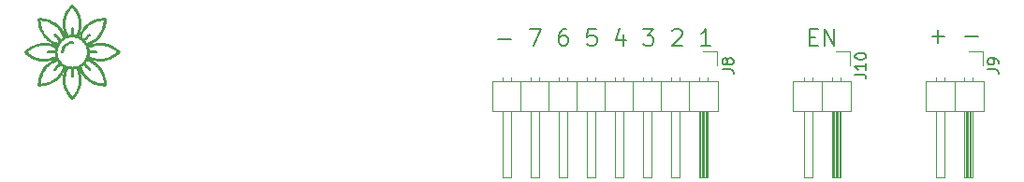
<source format=gbr>
%TF.GenerationSoftware,KiCad,Pcbnew,5.1.9+dfsg1-1*%
%TF.CreationDate,2021-03-30T03:15:21-07:00*%
%TF.ProjectId,hygrometer_connector_board,68796772-6f6d-4657-9465-725f636f6e6e,1.0*%
%TF.SameCoordinates,Original*%
%TF.FileFunction,Legend,Top*%
%TF.FilePolarity,Positive*%
%FSLAX46Y46*%
G04 Gerber Fmt 4.6, Leading zero omitted, Abs format (unit mm)*
G04 Created by KiCad (PCBNEW 5.1.9+dfsg1-1) date 2021-03-30 03:15:21*
%MOMM*%
%LPD*%
G01*
G04 APERTURE LIST*
%ADD10C,0.200000*%
%ADD11C,0.153000*%
%ADD12C,0.120000*%
%ADD13C,0.100000*%
%ADD14C,0.150000*%
%ADD15O,1.700000X1.700000*%
%ADD16R,1.700000X1.700000*%
%ADD17O,2.000000X4.000000*%
%ADD18O,4.000000X2.000000*%
%ADD19R,4.000000X2.000000*%
G04 APERTURE END LIST*
D10*
X144428571Y-119607142D02*
X145571428Y-119607142D01*
X147285714Y-118678571D02*
X148285714Y-118678571D01*
X147642857Y-120178571D01*
X150642857Y-118678571D02*
X150357142Y-118678571D01*
X150214285Y-118750000D01*
X150142857Y-118821428D01*
X150000000Y-119035714D01*
X149928571Y-119321428D01*
X149928571Y-119892857D01*
X150000000Y-120035714D01*
X150071428Y-120107142D01*
X150214285Y-120178571D01*
X150500000Y-120178571D01*
X150642857Y-120107142D01*
X150714285Y-120035714D01*
X150785714Y-119892857D01*
X150785714Y-119535714D01*
X150714285Y-119392857D01*
X150642857Y-119321428D01*
X150500000Y-119250000D01*
X150214285Y-119250000D01*
X150071428Y-119321428D01*
X150000000Y-119392857D01*
X149928571Y-119535714D01*
X153285714Y-118678571D02*
X152571428Y-118678571D01*
X152500000Y-119392857D01*
X152571428Y-119321428D01*
X152714285Y-119250000D01*
X153071428Y-119250000D01*
X153214285Y-119321428D01*
X153285714Y-119392857D01*
X153357142Y-119535714D01*
X153357142Y-119892857D01*
X153285714Y-120035714D01*
X153214285Y-120107142D01*
X153071428Y-120178571D01*
X152714285Y-120178571D01*
X152571428Y-120107142D01*
X152500000Y-120035714D01*
X155785714Y-119178571D02*
X155785714Y-120178571D01*
X155428571Y-118607142D02*
X155071428Y-119678571D01*
X156000000Y-119678571D01*
X157571428Y-118678571D02*
X158500000Y-118678571D01*
X158000000Y-119250000D01*
X158214285Y-119250000D01*
X158357142Y-119321428D01*
X158428571Y-119392857D01*
X158500000Y-119535714D01*
X158500000Y-119892857D01*
X158428571Y-120035714D01*
X158357142Y-120107142D01*
X158214285Y-120178571D01*
X157785714Y-120178571D01*
X157642857Y-120107142D01*
X157571428Y-120035714D01*
X160214285Y-118821428D02*
X160285714Y-118750000D01*
X160428571Y-118678571D01*
X160785714Y-118678571D01*
X160928571Y-118750000D01*
X161000000Y-118821428D01*
X161071428Y-118964285D01*
X161071428Y-119107142D01*
X161000000Y-119321428D01*
X160142857Y-120178571D01*
X161071428Y-120178571D01*
X163642857Y-120178571D02*
X162785714Y-120178571D01*
X163214285Y-120178571D02*
X163214285Y-118678571D01*
X163071428Y-118892857D01*
X162928571Y-119035714D01*
X162785714Y-119107142D01*
X172642857Y-119392857D02*
X173142857Y-119392857D01*
X173357142Y-120178571D02*
X172642857Y-120178571D01*
X172642857Y-118678571D01*
X173357142Y-118678571D01*
X174000000Y-120178571D02*
X174000000Y-118678571D01*
X174857142Y-120178571D01*
X174857142Y-118678571D01*
X183678571Y-119357142D02*
X184821428Y-119357142D01*
X184250000Y-119928571D02*
X184250000Y-118785714D01*
X186678571Y-119357142D02*
X187821428Y-119357142D01*
D11*
%TO.C,REF\u002A\u002A*%
X106500000Y-122500000D02*
X106500454Y-122470692D01*
X108838395Y-123660221D02*
X108760697Y-123696466D01*
X104868754Y-119669490D02*
X104822850Y-119628083D01*
X108931122Y-123757930D02*
X108929214Y-123633975D01*
X106416625Y-119104398D02*
X106348441Y-119246651D01*
X106348441Y-119246651D02*
X106303834Y-119330154D01*
X105544506Y-122227279D02*
X105695542Y-122255546D01*
X105695542Y-122255546D02*
X105729893Y-122260115D01*
X102897211Y-123592151D02*
X102893118Y-123683181D01*
X106680822Y-118426216D02*
X106684326Y-118369260D01*
X106870463Y-122759606D02*
X106891034Y-122790087D01*
X104822103Y-119745130D02*
X104721729Y-119868435D01*
X104721729Y-119868435D02*
X104641473Y-119983452D01*
X105181576Y-118649128D02*
X105218335Y-118800122D01*
X105218335Y-118800122D02*
X105241642Y-118878404D01*
X102777419Y-121483597D02*
X102929244Y-121519347D01*
X102929244Y-121519347D02*
X103083280Y-121543858D01*
X103083280Y-121543858D02*
X103238701Y-121557043D01*
X103238701Y-121557043D02*
X103269879Y-121558314D01*
X103671062Y-121534185D02*
X103828530Y-121503844D01*
X103828530Y-121503844D02*
X103983474Y-121462471D01*
X103983474Y-121462471D02*
X104003915Y-121456182D01*
X107168231Y-120134808D02*
X107235799Y-120290748D01*
X107235799Y-120290748D02*
X107284032Y-120453698D01*
X107284032Y-120453698D02*
X107312307Y-120621282D01*
X107312307Y-120621282D02*
X107315513Y-120655146D01*
X105886897Y-119861953D02*
X105734678Y-119878308D01*
X105734678Y-119878308D02*
X105587308Y-119919851D01*
X105587308Y-119919851D02*
X105448838Y-119985115D01*
X105448838Y-119985115D02*
X105323315Y-120072633D01*
X105323315Y-120072633D02*
X105258961Y-120132072D01*
X105000683Y-120699199D02*
X105000310Y-120815475D01*
X105000310Y-120815475D02*
X105070954Y-120809158D01*
X108626449Y-121535698D02*
X108778455Y-121516539D01*
X108778455Y-121516539D02*
X108929579Y-121487285D01*
X103151893Y-120029488D02*
X103087595Y-120037817D01*
X102970362Y-117833167D02*
X103009712Y-117836324D01*
X107257123Y-120111448D02*
X107403033Y-120061263D01*
X107403033Y-120061263D02*
X107502134Y-120024936D01*
X110009131Y-120819917D02*
X109956788Y-120866227D01*
X106684664Y-118164280D02*
X106671362Y-118003689D01*
X106671362Y-118003689D02*
X106646382Y-117844512D01*
X106646382Y-117844512D02*
X106610310Y-117687444D01*
X106610310Y-117687444D02*
X106563734Y-117533182D01*
X107712303Y-118026332D02*
X107577346Y-118102507D01*
X107577346Y-118102507D02*
X107568838Y-118107755D01*
X104569315Y-121205060D02*
X104564396Y-121169764D01*
X106241758Y-124659321D02*
X106327378Y-124530489D01*
X106327378Y-124530489D02*
X106396395Y-124412733D01*
X105247222Y-119534069D02*
X105386985Y-119467538D01*
X105386985Y-119467538D02*
X105413626Y-119456928D01*
X103670452Y-121444118D02*
X103514994Y-121461271D01*
X103514994Y-121461271D02*
X103358710Y-121466556D01*
X103358710Y-121466556D02*
X103202471Y-121460075D01*
X103202471Y-121460075D02*
X103047148Y-121441931D01*
X103047148Y-121441931D02*
X102893615Y-121412226D01*
X102893615Y-121412226D02*
X102742742Y-121371062D01*
X102742742Y-121371062D02*
X102683333Y-121351412D01*
X103016419Y-123794628D02*
X103135341Y-123789062D01*
X105909430Y-116521999D02*
X105909430Y-116521999D01*
X109991263Y-120715503D02*
X110009131Y-120819917D01*
X105906472Y-119370668D02*
X106063156Y-119379957D01*
X106063156Y-119379957D02*
X106217816Y-119406817D01*
X106217816Y-119406817D02*
X106288014Y-119424841D01*
X105869548Y-122967496D02*
X105903615Y-122996777D01*
X108928795Y-117917383D02*
X108931039Y-117840536D01*
X103979886Y-121701255D02*
X103844202Y-121792797D01*
X103844202Y-121792797D02*
X103715945Y-121894380D01*
X103715945Y-121894380D02*
X103595641Y-122005274D01*
X103595641Y-122005274D02*
X103483815Y-122124751D01*
X103483815Y-122124751D02*
X103380993Y-122252081D01*
X103380993Y-122252081D02*
X103287701Y-122386534D01*
X103287701Y-122386534D02*
X103253171Y-122442147D01*
X105312025Y-117360128D02*
X105273505Y-117455913D01*
X106706040Y-119506665D02*
X106664105Y-119479414D01*
X105934554Y-119863394D02*
X105886896Y-119861953D01*
X103505490Y-120017977D02*
X103378426Y-120015566D01*
X108589546Y-120016460D02*
X108428055Y-120015397D01*
X108428055Y-120015397D02*
X108267012Y-120026604D01*
X108267012Y-120026604D02*
X108107220Y-120049698D01*
X108107220Y-120049698D02*
X107949483Y-120084292D01*
X107949483Y-120084292D02*
X107794608Y-120130002D01*
X107794608Y-120130002D02*
X107743758Y-120147643D01*
X103269879Y-121558314D02*
X103433153Y-121557594D01*
X103433153Y-121557594D02*
X103596798Y-121544428D01*
X103596798Y-121544428D02*
X103671062Y-121534185D01*
X108804298Y-118198191D02*
X108773568Y-118358520D01*
X108773568Y-118358520D02*
X108732194Y-118516569D01*
X108732194Y-118516569D02*
X108680296Y-118671518D01*
X108680296Y-118671518D02*
X108617997Y-118822546D01*
X108617997Y-118822546D02*
X108545417Y-118968832D01*
X108545417Y-118968832D02*
X108462678Y-119109556D01*
X108462678Y-119109556D02*
X108369903Y-119243896D01*
X108369903Y-119243896D02*
X108267213Y-119371033D01*
X103138377Y-123706793D02*
X102986215Y-123716920D01*
X105906472Y-119370668D02*
X105906472Y-119370668D01*
X103992520Y-119747001D02*
X103850825Y-119650542D01*
X103850825Y-119650542D02*
X103717415Y-119542886D01*
X103717415Y-119542886D02*
X103593152Y-119424792D01*
X103593152Y-119424792D02*
X103478899Y-119297017D01*
X103478899Y-119297017D02*
X103375518Y-119160321D01*
X103375518Y-119160321D02*
X103283873Y-119015464D01*
X103283873Y-119015464D02*
X103250694Y-118955406D01*
X107428113Y-122233293D02*
X107308124Y-122113325D01*
X107308124Y-122113325D02*
X107188141Y-121993352D01*
X107188141Y-121993352D02*
X107068148Y-121873389D01*
X107068148Y-121873389D02*
X107001477Y-121806752D01*
X107409342Y-120819097D02*
X107583015Y-120819081D01*
X107583015Y-120819081D02*
X107756696Y-120819217D01*
X107756696Y-120819217D02*
X107930371Y-120819052D01*
X107930371Y-120819052D02*
X108104027Y-120818134D01*
X107409342Y-120732886D02*
X107394237Y-120580368D01*
X107394237Y-120580368D02*
X107388260Y-120538503D01*
X104519329Y-120558532D02*
X104554156Y-120396376D01*
X104554156Y-120396376D02*
X104607846Y-120239414D01*
X104607846Y-120239414D02*
X104679554Y-120089845D01*
X104679554Y-120089845D02*
X104768438Y-119949867D01*
X104768438Y-119949867D02*
X104873655Y-119821677D01*
X104873655Y-119821677D02*
X104912212Y-119781947D01*
X107543311Y-120228993D02*
X107400294Y-120298691D01*
X107400294Y-120298691D02*
X107344665Y-120326646D01*
X104388959Y-120343033D02*
X104466119Y-120382717D01*
X106156103Y-116779440D02*
X106118065Y-116731693D01*
X104357805Y-118189583D02*
X104281750Y-118139690D01*
X106665567Y-122402958D02*
X106706574Y-122464956D01*
X106438105Y-124333263D02*
X106503960Y-124190229D01*
X106503960Y-124190229D02*
X106559663Y-124042882D01*
X106559663Y-124042882D02*
X106604789Y-123891970D01*
X106604789Y-123891970D02*
X106638914Y-123738245D01*
X106638914Y-123738245D02*
X106661611Y-123582453D01*
X106661611Y-123582453D02*
X106672456Y-123425346D01*
X106672456Y-123425346D02*
X106673381Y-123362303D01*
X108267213Y-119371033D02*
X108155185Y-119489620D01*
X108155185Y-119489620D02*
X108034173Y-119598996D01*
X108034173Y-119598996D02*
X107904970Y-119698555D01*
X107904970Y-119698555D02*
X107768370Y-119787694D01*
X107768370Y-119787694D02*
X107625167Y-119865811D01*
X107625167Y-119865811D02*
X107576103Y-119889296D01*
X108929214Y-123633975D02*
X108918654Y-123474859D01*
X108918654Y-123474859D02*
X108910948Y-123402777D01*
X104840818Y-122906975D02*
X104929584Y-122779994D01*
X104929584Y-122779994D02*
X105009545Y-122647282D01*
X105009545Y-122647282D02*
X105043782Y-122584489D01*
X103305295Y-117868128D02*
X103464986Y-117898924D01*
X103464986Y-117898924D02*
X103622528Y-117939888D01*
X103622528Y-117939888D02*
X103777135Y-117990948D01*
X103777135Y-117990948D02*
X103928016Y-118052036D01*
X103928016Y-118052036D02*
X104074386Y-118123083D01*
X104074386Y-118123083D02*
X104215455Y-118204021D01*
X104215455Y-118204021D02*
X104350436Y-118294779D01*
X104350436Y-118294779D02*
X104478542Y-118395290D01*
X104881095Y-121865612D02*
X105002634Y-121964826D01*
X105002634Y-121964826D02*
X105131597Y-122053911D01*
X105131597Y-122053911D02*
X105149504Y-122064691D01*
X105853420Y-116565044D02*
X105746533Y-116680490D01*
X105746533Y-116680490D02*
X105712876Y-116719550D01*
X108859950Y-123115593D02*
X108818992Y-122964315D01*
X108818992Y-122964315D02*
X108780599Y-122848611D01*
X106591286Y-118904871D02*
X106607983Y-118839475D01*
X107257143Y-119489683D02*
X107365521Y-119381258D01*
X107365521Y-119381258D02*
X107473758Y-119272691D01*
X107473758Y-119272691D02*
X107545540Y-119199971D01*
X105140830Y-123422685D02*
X105150154Y-123529224D01*
X105763765Y-124889055D02*
X105868257Y-125001592D01*
X105868257Y-125001592D02*
X105893842Y-125026040D01*
X105017028Y-118894653D02*
X104933127Y-118762285D01*
X104933127Y-118762285D02*
X104930383Y-118758273D01*
X102996618Y-123028580D02*
X102978488Y-123093710D01*
X102978488Y-123093710D02*
X102957134Y-123180200D01*
X106288014Y-119424841D02*
X106410077Y-119456663D01*
X106684326Y-118369260D02*
X106686554Y-118220032D01*
X105939143Y-116656802D02*
X105939143Y-116656802D01*
X105024971Y-119111299D02*
X105086624Y-119258418D01*
X105086624Y-119258418D02*
X105138177Y-119409397D01*
X105138177Y-119409397D02*
X105159176Y-119479979D01*
X110147735Y-120837540D02*
X110180737Y-120790146D01*
X107462464Y-119166110D02*
X107348622Y-119280395D01*
X107348622Y-119280395D02*
X107234479Y-119394395D01*
X107234479Y-119394395D02*
X107219301Y-119409635D01*
X108493090Y-117782788D02*
X108341970Y-117808092D01*
X108341970Y-117808092D02*
X108191912Y-117842695D01*
X108191912Y-117842695D02*
X108043921Y-117886684D01*
X108043921Y-117886684D02*
X107899003Y-117940150D01*
X107899003Y-117940150D02*
X107758167Y-118003180D01*
X107758167Y-118003180D02*
X107712303Y-118026332D01*
X107759509Y-121443420D02*
X107853902Y-121468213D01*
X108689822Y-117844869D02*
X108838163Y-117834796D01*
X106597390Y-123177900D02*
X106602235Y-123356636D01*
X106602235Y-123356636D02*
X106591441Y-123535061D01*
X106591441Y-123535061D02*
X106565382Y-123711919D01*
X106565382Y-123711919D02*
X106524432Y-123885959D01*
X106524432Y-123885959D02*
X106468968Y-124055928D01*
X106468968Y-124055928D02*
X106447319Y-124111464D01*
X108194897Y-119578906D02*
X108321562Y-119448018D01*
X108321562Y-119448018D02*
X108436894Y-119307235D01*
X108436894Y-119307235D02*
X108540651Y-119157684D01*
X108540651Y-119157684D02*
X108632588Y-119000494D01*
X108632588Y-119000494D02*
X108712465Y-118836793D01*
X108712465Y-118836793D02*
X108780036Y-118667708D01*
X108780036Y-118667708D02*
X108803565Y-118598819D01*
X104466119Y-120382717D02*
X104436372Y-120533284D01*
X104436372Y-120533284D02*
X104422952Y-120637427D01*
X104325567Y-120120989D02*
X104168999Y-120121200D01*
X104168999Y-120121200D02*
X104061877Y-120120819D01*
X102749379Y-120112942D02*
X102598462Y-120163762D01*
X102598462Y-120163762D02*
X102497223Y-120204073D01*
X105043782Y-122584489D02*
X105132550Y-122490460D01*
X106706574Y-122464956D02*
X106777789Y-122606179D01*
X106777789Y-122606179D02*
X106858925Y-122741947D01*
X106858925Y-122741947D02*
X106870463Y-122759606D01*
X108780599Y-122848611D02*
X108765169Y-122807359D01*
X103009712Y-117836324D02*
X103166837Y-117849825D01*
X103166837Y-117849825D02*
X103305295Y-117868128D01*
X105159176Y-119479979D02*
X105031990Y-119565403D01*
X105031990Y-119565403D02*
X104911652Y-119660230D01*
X104911652Y-119660230D02*
X104896138Y-119673533D01*
X105941249Y-125016439D02*
X106049041Y-124901391D01*
X106049041Y-124901391D02*
X106083283Y-124862203D01*
X107503796Y-121443852D02*
X107663619Y-121443211D01*
X107663619Y-121443211D02*
X107759509Y-121443420D01*
X108522692Y-122345361D02*
X108426845Y-122217189D01*
X108426845Y-122217189D02*
X108321718Y-122096521D01*
X108321718Y-122096521D02*
X108207955Y-121983948D01*
X108207955Y-121983948D02*
X108184223Y-121962457D01*
X105953131Y-122968513D02*
X105954963Y-122865730D01*
X108910948Y-123402777D02*
X108901966Y-123336148D01*
X108760697Y-123696466D02*
X108596204Y-123683018D01*
X108596204Y-123683018D02*
X108432846Y-123658766D01*
X108432846Y-123658766D02*
X108271420Y-123623761D01*
X108271420Y-123623761D02*
X108112725Y-123578050D01*
X108112725Y-123578050D02*
X107957559Y-123521684D01*
X107957559Y-123521684D02*
X107806721Y-123454712D01*
X107806721Y-123454712D02*
X107661008Y-123377183D01*
X107661008Y-123377183D02*
X107521219Y-123289148D01*
X105794737Y-116761634D02*
X105898868Y-116643593D01*
X105898868Y-116643593D02*
X105913851Y-116626824D01*
X107396047Y-120957489D02*
X107403870Y-120881380D01*
X106891034Y-122790087D02*
X106984400Y-122916329D01*
X106984400Y-122916329D02*
X107086726Y-123035394D01*
X107086726Y-123035394D02*
X107197337Y-123146824D01*
X107197337Y-123146824D02*
X107315561Y-123250158D01*
X107315561Y-123250158D02*
X107386276Y-123305397D01*
X107730674Y-121650043D02*
X107676931Y-121615792D01*
X106664105Y-119479414D02*
X106716439Y-119316224D01*
X106716439Y-119316224D02*
X106778826Y-119156573D01*
X106778826Y-119156573D02*
X106852111Y-119001718D01*
X106852111Y-119001718D02*
X106937141Y-118852915D01*
X106671450Y-123268539D02*
X106657954Y-123102818D01*
X106657954Y-123102818D02*
X106631952Y-122938597D01*
X106631952Y-122938597D02*
X106593727Y-122776778D01*
X106593727Y-122776778D02*
X106584640Y-122744783D01*
X104723509Y-119646547D02*
X104822103Y-119745130D01*
X103997667Y-119856103D02*
X104105340Y-119916520D01*
X104641473Y-119983452D02*
X104614614Y-120024706D01*
X105868750Y-118680994D02*
X105868750Y-118848997D01*
X105868750Y-118848997D02*
X105868750Y-119017001D01*
X105868750Y-119017001D02*
X105868750Y-119185004D01*
X105868750Y-119185004D02*
X105868750Y-119278340D01*
X105954963Y-122273276D02*
X106107708Y-122258092D01*
X106107708Y-122258092D02*
X106258833Y-122231742D01*
X106258833Y-122231742D02*
X106278775Y-122227179D01*
X105985008Y-119281065D02*
X105955170Y-119229161D01*
X107636366Y-120187664D02*
X107606128Y-120187922D01*
X108157835Y-121939389D02*
X108031502Y-121838527D01*
X108031502Y-121838527D02*
X107898473Y-121747280D01*
X107898473Y-121747280D02*
X107759227Y-121665340D01*
X107759227Y-121665340D02*
X107730674Y-121650043D01*
X107202547Y-121536101D02*
X107234258Y-121522224D01*
X104822850Y-119628083D02*
X104701424Y-119506624D01*
X104701424Y-119506624D02*
X104580039Y-119385120D01*
X104580039Y-119385120D02*
X104458483Y-119263793D01*
X104458483Y-119263793D02*
X104336545Y-119142869D01*
X104930383Y-118758273D02*
X104823668Y-118616454D01*
X104823668Y-118616454D02*
X104705858Y-118483719D01*
X104705858Y-118483719D02*
X104577786Y-118360849D01*
X104577786Y-118360849D02*
X104440287Y-118248627D01*
X104440287Y-118248627D02*
X104357805Y-118189583D01*
X105234121Y-122386905D02*
X105233395Y-122541344D01*
X105233395Y-122541344D02*
X105232393Y-122647005D01*
X106584640Y-122744783D02*
X106536681Y-122597974D01*
X106536681Y-122597974D02*
X106521604Y-122557337D01*
X105232393Y-122647005D02*
X105207727Y-122742605D01*
X102683333Y-121351412D02*
X102521702Y-121288553D01*
X102521702Y-121288553D02*
X102365476Y-121213494D01*
X102365476Y-121213494D02*
X102215148Y-121127137D01*
X102215148Y-121127137D02*
X102071213Y-121030384D01*
X102071213Y-121030384D02*
X101934165Y-120924140D01*
X101934165Y-120924140D02*
X101890098Y-120886772D01*
X108765169Y-122807359D02*
X108701098Y-122656743D01*
X108701098Y-122656743D02*
X108625971Y-122510994D01*
X108625971Y-122510994D02*
X108540830Y-122372129D01*
X108540830Y-122372129D02*
X108522692Y-122345361D01*
X105258961Y-120132072D02*
X105157946Y-120254619D01*
X105157946Y-120254619D02*
X105079869Y-120392893D01*
X105079869Y-120392893D02*
X105026768Y-120542538D01*
X105026768Y-120542538D02*
X105000683Y-120699199D01*
X101813605Y-120953132D02*
X101884378Y-121012967D01*
X101820490Y-120623435D02*
X101705883Y-120727486D01*
X101705883Y-120727486D02*
X101663448Y-120770670D01*
X106588684Y-118172592D02*
X106589768Y-118351814D01*
X106589768Y-118351814D02*
X106575161Y-118530416D01*
X106575161Y-118530416D02*
X106545134Y-118707083D01*
X106545134Y-118707083D02*
X106499957Y-118880501D01*
X106499957Y-118880501D02*
X106439902Y-119049355D01*
X106439902Y-119049355D02*
X106416625Y-119104398D01*
X105534216Y-120036648D02*
X105685204Y-119978501D01*
X105685204Y-119978501D02*
X105825544Y-119951954D01*
X105919303Y-118555069D02*
X105870885Y-118581769D01*
X106396395Y-124412733D02*
X106438105Y-124333263D01*
X106170508Y-116954374D02*
X106257289Y-117092175D01*
X106257289Y-117092175D02*
X106335308Y-117235327D01*
X106335308Y-117235327D02*
X106404016Y-117383223D01*
X106404016Y-117383223D02*
X106462864Y-117535256D01*
X106462864Y-117535256D02*
X106511303Y-117690817D01*
X106511303Y-117690817D02*
X106548785Y-117849298D01*
X106548785Y-117849298D02*
X106574762Y-118010092D01*
X106574762Y-118010092D02*
X106588684Y-118172592D01*
X107207902Y-120023277D02*
X107118123Y-119890035D01*
X107118123Y-119890035D02*
X107029965Y-119779022D01*
X108835703Y-117873482D02*
X108835703Y-117873482D01*
X106005705Y-124817411D02*
X105959317Y-124869489D01*
X108105213Y-120734862D02*
X108003423Y-120732886D01*
X105066616Y-118978598D02*
X105017028Y-118894653D01*
X107853902Y-121468213D02*
X108003637Y-121503553D01*
X108003637Y-121503553D02*
X108155162Y-121528174D01*
X108155162Y-121528174D02*
X108257457Y-121538542D01*
X104426997Y-121589019D02*
X104573753Y-121541107D01*
X104573753Y-121541107D02*
X104615179Y-121528738D01*
X108184223Y-121962457D02*
X108157835Y-121939389D01*
X104629105Y-121549809D02*
X104717104Y-121677632D01*
X104717104Y-121677632D02*
X104739014Y-121705982D01*
X104706990Y-121505570D02*
X104648076Y-121402216D01*
X108827076Y-118523013D02*
X108847907Y-118447567D01*
X105868750Y-122273443D02*
X105868753Y-122446958D01*
X105868753Y-122446958D02*
X105868646Y-122620477D01*
X105868646Y-122620477D02*
X105868790Y-122793992D01*
X105868790Y-122793992D02*
X105869548Y-122967496D01*
X109046648Y-121457612D02*
X109198661Y-121409602D01*
X109198661Y-121409602D02*
X109347352Y-121352362D01*
X109347352Y-121352362D02*
X109492328Y-121286293D01*
X109492328Y-121286293D02*
X109633197Y-121211795D01*
X109633197Y-121211795D02*
X109769565Y-121129270D01*
X109769565Y-121129270D02*
X109901039Y-121039119D01*
X109901039Y-121039119D02*
X110027226Y-120941741D01*
X110027226Y-120941741D02*
X110147735Y-120837540D01*
X107602617Y-119980457D02*
X107706885Y-119929068D01*
X108873525Y-123176179D02*
X108859950Y-123115593D01*
X105593079Y-119408946D02*
X105748606Y-119380285D01*
X105748606Y-119380285D02*
X105906472Y-119370668D01*
X105875375Y-119948302D02*
X105934057Y-119947468D01*
X105954132Y-118584319D02*
X105919303Y-118555069D01*
X105518981Y-119330154D02*
X105443490Y-119181502D01*
X105443490Y-119181502D02*
X105377050Y-119028559D01*
X105377050Y-119028559D02*
X105321118Y-118871558D01*
X105321118Y-118871558D02*
X105277156Y-118710735D01*
X103300223Y-117782716D02*
X103145672Y-117765076D01*
X103145672Y-117765076D02*
X103101970Y-117761774D01*
X107388260Y-120538503D02*
X107358494Y-120387024D01*
X107358494Y-120387024D02*
X107357461Y-120382153D01*
X108929579Y-121487285D02*
X109046648Y-121457612D01*
X105149504Y-122064691D02*
X105158781Y-122123674D01*
X109778736Y-120434596D02*
X109643713Y-120346373D01*
X109643713Y-120346373D02*
X109503117Y-120267109D01*
X109503117Y-120267109D02*
X109357530Y-120197473D01*
X109357530Y-120197473D02*
X109207530Y-120138135D01*
X109207530Y-120138135D02*
X109053699Y-120089762D01*
X109053699Y-120089762D02*
X108896617Y-120053025D01*
X108896617Y-120053025D02*
X108833004Y-120041738D01*
X105132550Y-122490460D02*
X105234121Y-122386905D01*
X105273505Y-117455913D02*
X105255498Y-117505899D01*
X102895017Y-117932441D02*
X102905852Y-118085124D01*
X107521219Y-123289148D02*
X107384981Y-123188391D01*
X107384981Y-123188391D02*
X107257200Y-123077081D01*
X107257200Y-123077081D02*
X107138777Y-122955892D01*
X107138777Y-122955892D02*
X107030618Y-122825495D01*
X107030618Y-122825495D02*
X106933626Y-122686565D01*
X106933626Y-122686565D02*
X106903934Y-122638475D01*
X106782988Y-118961236D02*
X106727638Y-119024213D01*
X107821858Y-123563437D02*
X107967816Y-123624753D01*
X107967816Y-123624753D02*
X107995521Y-123635201D01*
X105868750Y-119278340D02*
X105714731Y-119293815D01*
X105714731Y-119293815D02*
X105680239Y-119298680D01*
X104422952Y-120637427D02*
X104414238Y-120732884D01*
X106679806Y-122123039D02*
X106664371Y-122072867D01*
X107219301Y-119409635D02*
X107106952Y-119521991D01*
X107106952Y-119521991D02*
X106994604Y-119634347D01*
X106994604Y-119634347D02*
X106942751Y-119686204D01*
X104912212Y-119781947D02*
X105029106Y-119677499D01*
X105029106Y-119677499D02*
X105156911Y-119586720D01*
X105156911Y-119586720D02*
X105247222Y-119534069D01*
X106278775Y-122227179D02*
X106325504Y-122261976D01*
X106118065Y-116731693D02*
X106013976Y-116611392D01*
X106013976Y-116611392D02*
X105938098Y-116533371D01*
X108838163Y-117834796D02*
X108835703Y-117873482D01*
X106576430Y-122121189D02*
X106627687Y-122270623D01*
X106627687Y-122270623D02*
X106666000Y-122371683D01*
X102893118Y-123683181D02*
X102893549Y-123768492D01*
X107502134Y-120024936D02*
X107538760Y-120022310D01*
X107234258Y-121522224D02*
X107279727Y-121535683D01*
X104275913Y-121449336D02*
X104162126Y-121562059D01*
X104162126Y-121562059D02*
X104083846Y-121638744D01*
X105283761Y-122038899D02*
X105132860Y-121952052D01*
X105132860Y-121952052D02*
X104994194Y-121846845D01*
X104994194Y-121846845D02*
X104869648Y-121725216D01*
X104869648Y-121725216D02*
X104761105Y-121589104D01*
X104761105Y-121589104D02*
X104706990Y-121505570D01*
X105934057Y-119947468D02*
X105955441Y-119900234D01*
X103494118Y-123741345D02*
X103649876Y-123704405D01*
X103649876Y-123704405D02*
X103803753Y-123657187D01*
X103803753Y-123657187D02*
X103954036Y-123599631D01*
X103954036Y-123599631D02*
X103983511Y-123586874D01*
X104288409Y-122406284D02*
X104343918Y-122402975D01*
X103383444Y-120092971D02*
X103546835Y-120098911D01*
X103546835Y-120098911D02*
X103709170Y-120117712D01*
X103709170Y-120117712D02*
X103869583Y-120148971D01*
X103869583Y-120148971D02*
X104027209Y-120192287D01*
X104027209Y-120192287D02*
X104181182Y-120247258D01*
X104181182Y-120247258D02*
X104330636Y-120313482D01*
X104330636Y-120313482D02*
X104388959Y-120343033D01*
X103250694Y-118955406D02*
X103179675Y-118809566D01*
X103179675Y-118809566D02*
X103119673Y-118659030D01*
X103119673Y-118659030D02*
X103070394Y-118504625D01*
X103070394Y-118504625D02*
X103031548Y-118347177D01*
X103031548Y-118347177D02*
X103002843Y-118187514D01*
X103002843Y-118187514D02*
X102983988Y-118026461D01*
X102983988Y-118026461D02*
X102979139Y-117961837D01*
X104291733Y-119214993D02*
X104413248Y-119336277D01*
X104413248Y-119336277D02*
X104534645Y-119457696D01*
X104534645Y-119457696D02*
X104656033Y-119579126D01*
X104656033Y-119579126D02*
X104723509Y-119646547D01*
X106876471Y-121920816D02*
X106943050Y-121866077D01*
X108847907Y-118447567D02*
X108884944Y-118283832D01*
X108884944Y-118283832D02*
X108911390Y-118118057D01*
X108911390Y-118118057D02*
X108926996Y-117950915D01*
X108926996Y-117950915D02*
X108928795Y-117917383D01*
X105300143Y-117663018D02*
X105350059Y-117508948D01*
X105350059Y-117508948D02*
X105411157Y-117359105D01*
X105411157Y-117359105D02*
X105482722Y-117213948D01*
X105482722Y-117213948D02*
X105564042Y-117073935D01*
X105564042Y-117073935D02*
X105654402Y-116939524D01*
X105654402Y-116939524D02*
X105753089Y-116811174D01*
X105753089Y-116811174D02*
X105794737Y-116761634D01*
X106666000Y-122371683D02*
X106665567Y-122402958D01*
X104750595Y-122901901D02*
X104638069Y-123031092D01*
X104638069Y-123031092D02*
X104515306Y-123150579D01*
X104515306Y-123150579D02*
X104383180Y-123259611D01*
X104383180Y-123259611D02*
X104242561Y-123357438D01*
X104242561Y-123357438D02*
X104094323Y-123443312D01*
X104094323Y-123443312D02*
X104043369Y-123469151D01*
X105959317Y-124869489D02*
X105863115Y-124868759D01*
X102986215Y-123716920D02*
X102995687Y-123560154D01*
X102995687Y-123560154D02*
X103012016Y-123403971D01*
X103012016Y-123403971D02*
X103037992Y-123249142D01*
X103037992Y-123249142D02*
X103044591Y-123218408D01*
X101884378Y-121012967D02*
X102010048Y-121110095D01*
X102010048Y-121110095D02*
X102141478Y-121199455D01*
X102141478Y-121199455D02*
X102278241Y-121280384D01*
X102278241Y-121280384D02*
X102419914Y-121352223D01*
X102419914Y-121352223D02*
X102566072Y-121414311D01*
X102566072Y-121414311D02*
X102716290Y-121465989D01*
X102716290Y-121465989D02*
X102777419Y-121483597D01*
X105680239Y-119298680D02*
X105529023Y-119328005D01*
X105529023Y-119328005D02*
X105518981Y-119330154D01*
X107538502Y-122344512D02*
X107428113Y-122233293D01*
X106903934Y-122638475D02*
X106827392Y-122499695D01*
X106827392Y-122499695D02*
X106761500Y-122355578D01*
X106761500Y-122355578D02*
X106706103Y-122207080D01*
X106706103Y-122207080D02*
X106679806Y-122123039D01*
X104165511Y-119959765D02*
X104275544Y-120070608D01*
X104275544Y-120070608D02*
X104325567Y-120120989D01*
X104614614Y-120024706D02*
X104452728Y-119970278D01*
X104452728Y-119970278D02*
X104294270Y-119906468D01*
X104294270Y-119906468D02*
X104140460Y-119832350D01*
X104140460Y-119832350D02*
X103992520Y-119747001D01*
X105955170Y-119229161D02*
X105954956Y-119067992D01*
X105954956Y-119067992D02*
X105955032Y-118906765D01*
X105955032Y-118906765D02*
X105954916Y-118745525D01*
X105954916Y-118745525D02*
X105954132Y-118584319D01*
X108003423Y-120732886D02*
X107836337Y-120732886D01*
X107836337Y-120732886D02*
X107669252Y-120732886D01*
X107669252Y-120732886D02*
X107502167Y-120732886D01*
X107502167Y-120732886D02*
X107409342Y-120732886D01*
X106528937Y-122044418D02*
X106383888Y-122104558D01*
X106383888Y-122104558D02*
X106233144Y-122148425D01*
X106233144Y-122148425D02*
X106092580Y-122173365D01*
X106727638Y-119024213D02*
X106619758Y-119133941D01*
X106619758Y-119133941D02*
X106589558Y-119164672D01*
X107676931Y-121615792D02*
X107563309Y-121502958D01*
X107563309Y-121502958D02*
X107503796Y-121443852D01*
X108126224Y-123679601D02*
X108279510Y-123722044D01*
X108279510Y-123722044D02*
X108435119Y-123754927D01*
X108435119Y-123754927D02*
X108592455Y-123778216D01*
X108592455Y-123778216D02*
X108750921Y-123791879D01*
X108750921Y-123791879D02*
X108841752Y-123795353D01*
X106942751Y-119686204D02*
X106820228Y-119586508D01*
X106820228Y-119586508D02*
X106706040Y-119506665D01*
X106937141Y-118852915D02*
X107030889Y-118714673D01*
X107030889Y-118714673D02*
X107135434Y-118584409D01*
X107135434Y-118584409D02*
X107250035Y-118462898D01*
X107250035Y-118462898D02*
X107373949Y-118350916D01*
X107373949Y-118350916D02*
X107506435Y-118249236D01*
X107506435Y-118249236D02*
X107646751Y-118158635D01*
X107646751Y-118158635D02*
X107704904Y-118125671D01*
X104822003Y-121806951D02*
X104703082Y-121925855D01*
X104703082Y-121925855D02*
X104584087Y-122044691D01*
X104584087Y-122044691D02*
X104465183Y-122163615D01*
X104465183Y-122163615D02*
X104346533Y-122282784D01*
X104346533Y-122282784D02*
X104278911Y-122351052D01*
X107606128Y-120187922D02*
X107543311Y-120228993D01*
X108833004Y-120041738D02*
X108680652Y-120022583D01*
X108680652Y-120022583D02*
X108589546Y-120016460D01*
X107995521Y-123635201D02*
X108126224Y-123679601D01*
X106092580Y-122173365D02*
X105937111Y-122184585D01*
X105937111Y-122184585D02*
X105781321Y-122178855D01*
X105781321Y-122178855D02*
X105627083Y-122156297D01*
X105627083Y-122156297D02*
X105476272Y-122117031D01*
X105476272Y-122117031D02*
X105330762Y-122061180D01*
X105330762Y-122061180D02*
X105283761Y-122038899D01*
X106159816Y-124768950D02*
X106241758Y-124659321D01*
X108800855Y-117757548D02*
X108646695Y-117765994D01*
X108646695Y-117765994D02*
X108493090Y-117782788D01*
X107128071Y-118470918D02*
X107021763Y-118594471D01*
X107021763Y-118594471D02*
X106924288Y-118726487D01*
X106924288Y-118726487D02*
X106882857Y-118789659D01*
X104336545Y-119142869D02*
X104273238Y-119169108D01*
X107344665Y-120326646D02*
X107284473Y-120178700D01*
X107284473Y-120178700D02*
X107257123Y-120111448D01*
X101803735Y-120810589D02*
X101824939Y-120722017D01*
X106563734Y-117533182D02*
X106544477Y-117478622D01*
X103253171Y-122442147D02*
X103175523Y-122580936D01*
X103175523Y-122580936D02*
X103106547Y-122725838D01*
X103106547Y-122725838D02*
X103047020Y-122875016D01*
X103047020Y-122875016D02*
X103036318Y-122905203D01*
X104478542Y-118395290D02*
X104603963Y-118510325D01*
X104603963Y-118510325D02*
X104719564Y-118635203D01*
X104719564Y-118635203D02*
X104824643Y-118769048D01*
X104824643Y-118769048D02*
X104918499Y-118910983D01*
X104918499Y-118910983D02*
X105000431Y-119060131D01*
X105000431Y-119060131D02*
X105024971Y-119111299D01*
X104333345Y-123393032D02*
X104457239Y-123301911D01*
X104457239Y-123301911D02*
X104574574Y-123201585D01*
X104574574Y-123201585D02*
X104684584Y-123092860D01*
X104684584Y-123092860D02*
X104786505Y-122976541D01*
X104786505Y-122976541D02*
X104840818Y-122906975D01*
X105241642Y-118878404D02*
X105248195Y-118951326D01*
X104343918Y-122402975D02*
X104461374Y-122285385D01*
X104461374Y-122285385D02*
X104578885Y-122167839D01*
X104578885Y-122167839D02*
X104696419Y-122050313D01*
X104696419Y-122050313D02*
X104813949Y-121932783D01*
X104813949Y-121932783D02*
X104881095Y-121865612D01*
X103983511Y-123586874D02*
X104129487Y-123516173D01*
X104129487Y-123516173D02*
X104270528Y-123434308D01*
X104270528Y-123434308D02*
X104333345Y-123393032D01*
X108931039Y-117840536D02*
X108929061Y-117778692D01*
X104648076Y-121402216D02*
X104585875Y-121255540D01*
X104585875Y-121255540D02*
X104569315Y-121205060D01*
X107081139Y-119990425D02*
X107162916Y-120125711D01*
X107162916Y-120125711D02*
X107168231Y-120134808D01*
X107001477Y-121806752D02*
X107101449Y-121684080D01*
X107101449Y-121684080D02*
X107191520Y-121554084D01*
X107191520Y-121554084D02*
X107202547Y-121536101D01*
X103009712Y-117836324D02*
X103009712Y-117836324D01*
X106589558Y-119164672D02*
X106590283Y-119010410D01*
X106590283Y-119010410D02*
X106591286Y-118904871D01*
X104105340Y-119916520D02*
X104165511Y-119959765D01*
X102893131Y-117875476D02*
X102895017Y-117932441D01*
X107315513Y-120655146D02*
X107319877Y-120824161D01*
X107319877Y-120824161D02*
X107304280Y-120992522D01*
X107304280Y-120992522D02*
X107268929Y-121157834D01*
X107268929Y-121157834D02*
X107214035Y-121317703D01*
X107214035Y-121317703D02*
X107173973Y-121405693D01*
X109522586Y-120375020D02*
X109662012Y-120459904D01*
X109662012Y-120459904D02*
X109795446Y-120553907D01*
X109795446Y-120553907D02*
X109922957Y-120655859D01*
X109922957Y-120655859D02*
X109991263Y-120715503D01*
X108835703Y-117873482D02*
X108824300Y-118036267D01*
X108824300Y-118036267D02*
X108804298Y-118198191D01*
X106636557Y-121983775D02*
X106528937Y-122044418D01*
X106521604Y-122557337D02*
X106500000Y-122500000D01*
X107173973Y-121405693D02*
X107086439Y-121557178D01*
X107086439Y-121557178D02*
X106980414Y-121696292D01*
X106980414Y-121696292D02*
X106857854Y-121821115D01*
X106857854Y-121821115D02*
X106720715Y-121929728D01*
X106720715Y-121929728D02*
X106636557Y-121983775D01*
X101872565Y-120580098D02*
X101820490Y-120623435D01*
X109956788Y-120866227D02*
X109829703Y-120966547D01*
X109829703Y-120966547D02*
X109696629Y-121058975D01*
X109696629Y-121058975D02*
X109558073Y-121143016D01*
X109558073Y-121143016D02*
X109414547Y-121218178D01*
X109414547Y-121218178D02*
X109266561Y-121283969D01*
X109266561Y-121283969D02*
X109114624Y-121339897D01*
X109114624Y-121339897D02*
X108959246Y-121385468D01*
X108959246Y-121385468D02*
X108800939Y-121420192D01*
X106083283Y-124862203D02*
X106159816Y-124768950D01*
X103087595Y-120037817D02*
X102934330Y-120065335D01*
X102934330Y-120065335D02*
X102892624Y-120074622D01*
X106882857Y-118789659D02*
X106804007Y-118923226D01*
X106804007Y-118923226D02*
X106782988Y-118961236D01*
X108562342Y-121540700D02*
X108626449Y-121535698D01*
X107386276Y-123305397D02*
X107515809Y-123395703D01*
X107515809Y-123395703D02*
X107651929Y-123477466D01*
X107651929Y-123477466D02*
X107793137Y-123550069D01*
X107793137Y-123550069D02*
X107821858Y-123563437D01*
X102979139Y-117961837D02*
X102970362Y-117833167D01*
X107538760Y-120022310D02*
X107602617Y-119980457D01*
X107494956Y-118155747D02*
X107360827Y-118254526D01*
X107360827Y-118254526D02*
X107234902Y-118363575D01*
X107234902Y-118363575D02*
X107128071Y-118470918D01*
X106465184Y-117286825D02*
X106390043Y-117137210D01*
X106390043Y-117137210D02*
X106305396Y-116992765D01*
X106305396Y-116992765D02*
X106211784Y-116853953D01*
X106211784Y-116853953D02*
X106156103Y-116779440D01*
X104414238Y-120732884D02*
X104240772Y-120732887D01*
X104240772Y-120732887D02*
X104067303Y-120732780D01*
X104067303Y-120732780D02*
X103893836Y-120732924D01*
X103893836Y-120732924D02*
X103720383Y-120733682D01*
X110142199Y-120736773D02*
X110027673Y-120630493D01*
X110027673Y-120630493D02*
X109907794Y-120530309D01*
X109907794Y-120530309D02*
X109850577Y-120486408D01*
X105158781Y-122123674D02*
X105103816Y-122279872D01*
X105103816Y-122279872D02*
X105039208Y-122432508D01*
X105039208Y-122432508D02*
X104964676Y-122580518D01*
X104964676Y-122580518D02*
X104879938Y-122722836D01*
X104879938Y-122722836D02*
X104784714Y-122858398D01*
X104784714Y-122858398D02*
X104750595Y-122901901D01*
X106410077Y-119456663D02*
X106559459Y-119522784D01*
X106559459Y-119522784D02*
X106699918Y-119606136D01*
X106699918Y-119606136D02*
X106829699Y-119705317D01*
X106829699Y-119705317D02*
X106947048Y-119818925D01*
X106947048Y-119818925D02*
X107050208Y-119945560D01*
X107050208Y-119945560D02*
X107081139Y-119990425D01*
X106361398Y-122208664D02*
X106509229Y-122148516D01*
X106509229Y-122148516D02*
X106576430Y-122121189D01*
X107403870Y-120881380D02*
X107409342Y-120819097D01*
X105740760Y-124862606D02*
X105763765Y-124889055D01*
X106325504Y-122261976D02*
X106405014Y-122423908D01*
X106405014Y-122423908D02*
X106472430Y-122591369D01*
X106472430Y-122591369D02*
X106526784Y-122763454D01*
X106526784Y-122763454D02*
X106567110Y-122939261D01*
X106567110Y-122939261D02*
X106592444Y-123117887D01*
X106592444Y-123117887D02*
X106597390Y-123177900D01*
X105955441Y-119900234D02*
X105934554Y-119863394D01*
X107515655Y-119136657D02*
X107462464Y-119166110D01*
X102906683Y-123481744D02*
X102897211Y-123592151D01*
X107704904Y-118125671D02*
X107849139Y-118053473D01*
X107849139Y-118053473D02*
X107998136Y-117992053D01*
X107998136Y-117992053D02*
X108151086Y-117941215D01*
X108151086Y-117941215D02*
X108307183Y-117900761D01*
X108307183Y-117900761D02*
X108465619Y-117870496D01*
X108465619Y-117870496D02*
X108625587Y-117850224D01*
X108625587Y-117850224D02*
X108689822Y-117844869D01*
X107576103Y-119889296D02*
X107429186Y-119950875D01*
X107429186Y-119950875D02*
X107278399Y-120002339D01*
X107278399Y-120002339D02*
X107207902Y-120023277D01*
X104043369Y-123469151D02*
X103882014Y-123540768D01*
X103882014Y-123540768D02*
X103715656Y-123599494D01*
X103715656Y-123599494D02*
X103545337Y-123645690D01*
X103545337Y-123645690D02*
X103372099Y-123679719D01*
X103372099Y-123679719D02*
X103196985Y-123701945D01*
X103196985Y-123701945D02*
X103138377Y-123706793D01*
X105913851Y-116626824D02*
X105939143Y-116656802D01*
X106686554Y-118220032D02*
X106684664Y-118164280D01*
X105938098Y-116533371D02*
X105909430Y-116521999D01*
X108929061Y-117778692D02*
X108891035Y-117756545D01*
X107568838Y-118107755D02*
X107494956Y-118155747D01*
X105277156Y-118710735D02*
X105245642Y-118548291D01*
X105245642Y-118548291D02*
X105227053Y-118383859D01*
X105227053Y-118383859D02*
X105221441Y-118218476D01*
X105221441Y-118218476D02*
X105228859Y-118053179D01*
X105228859Y-118053179D02*
X105249361Y-117889004D01*
X105249361Y-117889004D02*
X105282998Y-117726987D01*
X105282998Y-117726987D02*
X105300143Y-117663018D01*
X102999675Y-118571524D02*
X103019156Y-118634177D01*
X108257457Y-121538542D02*
X108418982Y-121545012D01*
X108418982Y-121545012D02*
X108562342Y-121540700D01*
X108901966Y-123336148D02*
X108874556Y-123181151D01*
X108874556Y-123181151D02*
X108873525Y-123176179D01*
X109850577Y-120486408D02*
X109778736Y-120434596D01*
X103691270Y-120766153D02*
X103718569Y-120817071D01*
X104629105Y-121549809D02*
X104629105Y-121549809D01*
X105544507Y-122227280D02*
X105544507Y-122227280D01*
X104542951Y-121097756D02*
X104511611Y-120931021D01*
X104511611Y-120931021D02*
X104503123Y-120761531D01*
X104503123Y-120761531D02*
X104514807Y-120592145D01*
X104514807Y-120592145D02*
X104519329Y-120558532D01*
X105070954Y-120809158D02*
X105084267Y-120748649D01*
X105084267Y-120748649D02*
X105102784Y-120595463D01*
X105102784Y-120595463D02*
X105149428Y-120448421D01*
X105149428Y-120448421D02*
X105215014Y-120324392D01*
X105215014Y-120324392D02*
X105315191Y-120197325D01*
X105315191Y-120197325D02*
X105438707Y-120092844D01*
X105438707Y-120092844D02*
X105502330Y-120053521D01*
X103562848Y-120021478D02*
X103505490Y-120017977D01*
X105519347Y-122221962D02*
X105544507Y-122227280D01*
X102915666Y-118171322D02*
X102939691Y-118322918D01*
X102939691Y-118322918D02*
X102972654Y-118472821D01*
X102972654Y-118472821D02*
X102999675Y-118571524D01*
X105954963Y-122865730D02*
X105954963Y-122699102D01*
X105954963Y-122699102D02*
X105954963Y-122532474D01*
X105954963Y-122532474D02*
X105954963Y-122365847D01*
X105954963Y-122365847D02*
X105954963Y-122273276D01*
X104061877Y-120120819D02*
X103908634Y-120077135D01*
X103908634Y-120077135D02*
X103752619Y-120044749D01*
X103752619Y-120044749D02*
X103594617Y-120024143D01*
X103594617Y-120024143D02*
X103562848Y-120021478D01*
X105729893Y-122260115D02*
X105868750Y-122273443D01*
X106607983Y-118839475D02*
X106644659Y-118686222D01*
X106644659Y-118686222D02*
X106670235Y-118530748D01*
X106670235Y-118530748D02*
X106680822Y-118426216D01*
X105863115Y-124868759D02*
X105795521Y-124789369D01*
X103720383Y-120733682D02*
X103691270Y-120766153D01*
X105413626Y-119456928D02*
X105505763Y-119428334D01*
X107545540Y-119199971D02*
X107515655Y-119136657D01*
X103019156Y-118634177D02*
X103079687Y-118798394D01*
X103079687Y-118798394D02*
X103152689Y-118957495D01*
X103152689Y-118957495D02*
X103237857Y-119110398D01*
X103237857Y-119110398D02*
X103334881Y-119256022D01*
X103334881Y-119256022D02*
X103443457Y-119393285D01*
X103443457Y-119393285D02*
X103482163Y-119436995D01*
X103036318Y-122905203D02*
X102996618Y-123028580D01*
X102893549Y-123768492D02*
X102924364Y-123794987D01*
X108457850Y-120091576D02*
X108457850Y-120091576D01*
X101675885Y-120824138D02*
X101787179Y-120929598D01*
X101787179Y-120929598D02*
X101813605Y-120953132D01*
X104564396Y-121169764D02*
X104542951Y-121097756D01*
X106458699Y-122407104D02*
X106389158Y-122264283D01*
X106389158Y-122264283D02*
X106361398Y-122208664D01*
X105886896Y-119861953D02*
X105886896Y-119861953D01*
X108891035Y-117756545D02*
X108800855Y-117757548D01*
X106673381Y-123362303D02*
X106671450Y-123268539D01*
X105870885Y-118581769D02*
X105868750Y-118680994D01*
X102892624Y-120074622D02*
X102749379Y-120112942D01*
X105502330Y-120053521D02*
X105534216Y-120036648D01*
X110180737Y-120790146D02*
X110142199Y-120736773D01*
X104896138Y-119673533D02*
X104868754Y-119669490D01*
X105893842Y-125026040D02*
X105941249Y-125016439D01*
X105471118Y-124481344D02*
X105556189Y-124617684D01*
X105556189Y-124617684D02*
X105649375Y-124748613D01*
X105649375Y-124748613D02*
X105740760Y-124862606D01*
X103822117Y-120819097D02*
X103988735Y-120819097D01*
X103988735Y-120819097D02*
X104155353Y-120819097D01*
X104155353Y-120819097D02*
X104321971Y-120819097D01*
X104321971Y-120819097D02*
X104414537Y-120819097D01*
X103718569Y-120817071D02*
X103822117Y-120819097D01*
X105712876Y-116719550D02*
X105605662Y-116854518D01*
X105605662Y-116854518D02*
X105507205Y-116996022D01*
X105507205Y-116996022D02*
X105418383Y-117143722D01*
X105418383Y-117143722D02*
X105340076Y-117297280D01*
X105262139Y-123633135D02*
X105242154Y-123480038D01*
X105242154Y-123480038D02*
X105233134Y-123325879D01*
X105233134Y-123325879D02*
X105235307Y-123171495D01*
X105235307Y-123171495D02*
X105248905Y-123017726D01*
X105248905Y-123017726D02*
X105274157Y-122865411D01*
X105274157Y-122865411D02*
X105285204Y-122815107D01*
X105285204Y-122815107D02*
X105329477Y-122653398D01*
X105329477Y-122653398D02*
X105386727Y-122495836D01*
X105386727Y-122495836D02*
X105455847Y-122343071D01*
X105455847Y-122343071D02*
X105498970Y-122260515D01*
X105498970Y-122260515D02*
X105519347Y-122221962D01*
X103135341Y-123789062D02*
X103293073Y-123774051D01*
X103293073Y-123774051D02*
X103449671Y-123749971D01*
X103449671Y-123749971D02*
X103494118Y-123741345D01*
X101824939Y-120722017D02*
X101946145Y-120618387D01*
X101946145Y-120618387D02*
X102058005Y-120533031D01*
X107025307Y-119721035D02*
X107134070Y-119612769D01*
X107134070Y-119612769D02*
X107242646Y-119504132D01*
X107242646Y-119504132D02*
X107257143Y-119489683D01*
X105207727Y-122742605D02*
X105170492Y-122910048D01*
X105170492Y-122910048D02*
X105146914Y-123079946D01*
X105146914Y-123079946D02*
X105137019Y-123251193D01*
X105137019Y-123251193D02*
X105140830Y-123422685D01*
X108457850Y-120091576D02*
X108631809Y-120098401D01*
X108631809Y-120098401D02*
X108804486Y-120119814D01*
X108804486Y-120119814D02*
X108974836Y-120155329D01*
X108974836Y-120155329D02*
X109141818Y-120204460D01*
X109141818Y-120204460D02*
X109304387Y-120266721D01*
X109304387Y-120266721D02*
X109461501Y-120341626D01*
X109461501Y-120341626D02*
X109522586Y-120375020D01*
X105903615Y-122996777D02*
X105953131Y-122968513D01*
X104414537Y-120819097D02*
X104430985Y-120981287D01*
X104430985Y-120981287D02*
X104460402Y-121141513D01*
X107279727Y-121535683D02*
X107425071Y-121587522D01*
X107425071Y-121587522D02*
X107567187Y-121647986D01*
X107567187Y-121647986D02*
X107705255Y-121717160D01*
X107705255Y-121717160D02*
X107838457Y-121795127D01*
X107838457Y-121795127D02*
X107965973Y-121881973D01*
X107965973Y-121881973D02*
X108086985Y-121977783D01*
X108086985Y-121977783D02*
X108133386Y-122018636D01*
X103044591Y-123218408D02*
X103090606Y-123038404D01*
X103090606Y-123038404D02*
X103150255Y-122862317D01*
X103150255Y-122862317D02*
X103223354Y-122691387D01*
X103223354Y-122691387D02*
X103309722Y-122526858D01*
X103309722Y-122526858D02*
X103409178Y-122369969D01*
X103409178Y-122369969D02*
X103521541Y-122221963D01*
X103521541Y-122221963D02*
X103570060Y-122165527D01*
X105505763Y-119428334D02*
X105593079Y-119408946D01*
X108841752Y-123795353D02*
X108905818Y-123794143D01*
X104083846Y-121638744D02*
X103979886Y-121701255D01*
X108905818Y-123794143D02*
X108931122Y-123757930D01*
X103378426Y-120015566D02*
X103222518Y-120022678D01*
X103222518Y-120022678D02*
X103151893Y-120029488D01*
X103369414Y-120093191D02*
X103383444Y-120092971D01*
X102957134Y-123180200D02*
X102925996Y-123339676D01*
X102925996Y-123339676D02*
X102906683Y-123481744D01*
X108132731Y-120783806D02*
X108105213Y-120734862D01*
X107357860Y-121168368D02*
X107387657Y-121017201D01*
X107387657Y-121017201D02*
X107396047Y-120957489D01*
X102058005Y-120533031D02*
X102204133Y-120435852D01*
X102204133Y-120435852D02*
X102357127Y-120349584D01*
X102357127Y-120349584D02*
X102516095Y-120274799D01*
X102516095Y-120274799D02*
X102680149Y-120212071D01*
X102680149Y-120212071D02*
X102848397Y-120161973D01*
X102848397Y-120161973D02*
X103019951Y-120125078D01*
X103019951Y-120125078D02*
X103193919Y-120101959D01*
X103193919Y-120101959D02*
X103369414Y-120093191D01*
X104273238Y-119169108D02*
X104291733Y-119214993D01*
X105825544Y-119951954D02*
X105875375Y-119948302D01*
X101890098Y-120886772D02*
X101803735Y-120810589D01*
X102923013Y-117756943D02*
X102893314Y-117786251D01*
X104281750Y-118139690D02*
X104139667Y-118057046D01*
X104139667Y-118057046D02*
X103992358Y-117984241D01*
X103992358Y-117984241D02*
X103840538Y-117921350D01*
X103840538Y-117921350D02*
X103684920Y-117868451D01*
X103684920Y-117868451D02*
X103526220Y-117825619D01*
X103526220Y-117825619D02*
X103365152Y-117792933D01*
X103365152Y-117792933D02*
X103300223Y-117782716D01*
X105248195Y-118951326D02*
X105250277Y-119110315D01*
X105250277Y-119110315D02*
X105250972Y-119163312D01*
X108803565Y-118598819D02*
X108827076Y-118523013D01*
X106664371Y-122072867D02*
X106792798Y-121985999D01*
X106792798Y-121985999D02*
X106876471Y-121920816D01*
X105250972Y-119163312D02*
X105141206Y-119053921D01*
X105141206Y-119053921D02*
X105066616Y-118978598D01*
X106500454Y-122470692D02*
X106458699Y-122407104D01*
X106447319Y-124111464D02*
X106383690Y-124254867D01*
X106383690Y-124254867D02*
X106310365Y-124393462D01*
X106310365Y-124393462D02*
X106228105Y-124526991D01*
X106228105Y-124526991D02*
X106137674Y-124655196D01*
X106137674Y-124655196D02*
X106039833Y-124777820D01*
X106039833Y-124777820D02*
X106005705Y-124817411D01*
X108104027Y-120818134D02*
X108132731Y-120783806D01*
X105147009Y-117989758D02*
X105136607Y-118142680D01*
X105136607Y-118142680D02*
X105137468Y-118296415D01*
X104615179Y-121528738D02*
X104629105Y-121549809D01*
X108133386Y-122018636D02*
X108258103Y-122141349D01*
X108258103Y-122141349D02*
X108371923Y-122274184D01*
X108371923Y-122274184D02*
X108474238Y-122416083D01*
X108474238Y-122416083D02*
X108564441Y-122565992D01*
X108564441Y-122565992D02*
X108641927Y-122722856D01*
X108641927Y-122722856D02*
X108664825Y-122776508D01*
X104278911Y-122351052D02*
X104288409Y-122406284D01*
X103482163Y-119436995D02*
X103598910Y-119555935D01*
X103598910Y-119555935D02*
X103724372Y-119665623D01*
X103724372Y-119665623D02*
X103857606Y-119765774D01*
X103857606Y-119765774D02*
X103997667Y-119856103D01*
X107489117Y-122411045D02*
X107545696Y-122393998D01*
X107386759Y-121183732D02*
X107357860Y-121168368D01*
X106490284Y-117342744D02*
X106465184Y-117286825D01*
X105137468Y-118296415D02*
X105149708Y-118451771D01*
X105149708Y-118451771D02*
X105172930Y-118605349D01*
X105172930Y-118605349D02*
X105181576Y-118649128D01*
X107900932Y-121390455D02*
X107751182Y-121345853D01*
X107751182Y-121345853D02*
X107605246Y-121290075D01*
X107605246Y-121290075D02*
X107463524Y-121224239D01*
X107463524Y-121224239D02*
X107386759Y-121183732D01*
X101663448Y-120770670D02*
X101675885Y-120824138D01*
X108664825Y-122776508D02*
X108719708Y-122923417D01*
X108719708Y-122923417D02*
X108764485Y-123073626D01*
X108764485Y-123073626D02*
X108799538Y-123226435D01*
X108799538Y-123226435D02*
X108825248Y-123381148D01*
X108825248Y-123381148D02*
X108841996Y-123537066D01*
X108841996Y-123537066D02*
X108845654Y-123589187D01*
X106544477Y-117478622D02*
X106490284Y-117342744D01*
X105150154Y-123529224D02*
X105173168Y-123685193D01*
X105173168Y-123685193D02*
X105206928Y-123839461D01*
X105206928Y-123839461D02*
X105250961Y-123991368D01*
X105250961Y-123991368D02*
X105304792Y-124140258D01*
X105304792Y-124140258D02*
X105367945Y-124285472D01*
X105367945Y-124285472D02*
X105439946Y-124426352D01*
X105439946Y-124426352D02*
X105471118Y-124481344D01*
X105255498Y-117505899D02*
X105210031Y-117652711D01*
X105210031Y-117652711D02*
X105175066Y-117802363D01*
X105175066Y-117802363D02*
X105152695Y-117940285D01*
X105795521Y-124789369D02*
X105697798Y-124661624D01*
X105697798Y-124661624D02*
X105607963Y-124528066D01*
X105607963Y-124528066D02*
X105526507Y-124389205D01*
X105526507Y-124389205D02*
X105453922Y-124245548D01*
X105453922Y-124245548D02*
X105390701Y-124097603D01*
X105390701Y-124097603D02*
X105337335Y-123945881D01*
X105337335Y-123945881D02*
X105294317Y-123790888D01*
X105294317Y-123790888D02*
X105262139Y-123633135D01*
X104460402Y-121141513D02*
X104426103Y-121189372D01*
X104426103Y-121189372D02*
X104268881Y-121266776D01*
X104268881Y-121266776D02*
X104106509Y-121332931D01*
X104106509Y-121332931D02*
X103939719Y-121386798D01*
X103939719Y-121386798D02*
X103769242Y-121427336D01*
X103769242Y-121427336D02*
X103670452Y-121444118D01*
X102893314Y-117786251D02*
X102893131Y-117875476D01*
X107545696Y-122393998D02*
X107538502Y-122344512D01*
X102924364Y-123794987D02*
X103016419Y-123794628D01*
X108845654Y-123589187D02*
X108838395Y-123660221D01*
X102497223Y-120204073D02*
X102420502Y-120238156D01*
X104003915Y-121456182D02*
X104156913Y-121452322D01*
X104156913Y-121452322D02*
X104275913Y-121449336D01*
X108800939Y-121420192D02*
X108632509Y-121444123D01*
X108632509Y-121444123D02*
X108462687Y-121454698D01*
X108462687Y-121454698D02*
X108292592Y-121451679D01*
X108292592Y-121451679D02*
X108123343Y-121434832D01*
X108123343Y-121434832D02*
X107956061Y-121403923D01*
X107956061Y-121403923D02*
X107900932Y-121390455D01*
X104781718Y-121758868D02*
X104822003Y-121806951D01*
X104739014Y-121705982D02*
X104781718Y-121758868D01*
X106943050Y-121866077D02*
X107062391Y-121985402D01*
X107062391Y-121985402D02*
X107181661Y-122104808D01*
X107181661Y-122104808D02*
X107301015Y-122224126D01*
X107301015Y-122224126D02*
X107420610Y-122343188D01*
X107420610Y-122343188D02*
X107489117Y-122411045D01*
X107706885Y-119929068D02*
X107853068Y-119844717D01*
X107853068Y-119844717D02*
X107993084Y-119748882D01*
X107993084Y-119748882D02*
X108125348Y-119642381D01*
X108125348Y-119642381D02*
X108194897Y-119578906D01*
X107234258Y-121522224D02*
X107234258Y-121522224D01*
X105909430Y-116521999D02*
X105853420Y-116565044D01*
X103383444Y-120092971D02*
X103383444Y-120092971D01*
X105152695Y-117940285D02*
X105147009Y-117989758D01*
X105340076Y-117297280D02*
X105312025Y-117360128D01*
X103101970Y-117761774D02*
X102945379Y-117756440D01*
X102945379Y-117756440D02*
X102923013Y-117756943D01*
X107357461Y-120382153D02*
X107510022Y-120307288D01*
X107510022Y-120307288D02*
X107666787Y-120241596D01*
X107666787Y-120241596D02*
X107827516Y-120186574D01*
X107827516Y-120186574D02*
X107991970Y-120143720D01*
X106303834Y-119330154D02*
X106145403Y-119299225D01*
X106145403Y-119299225D02*
X105985008Y-119281065D01*
X107743758Y-120147643D02*
X107636366Y-120187664D01*
X107029965Y-119779022D02*
X107025307Y-119721035D01*
X102420502Y-120238156D02*
X102275849Y-120310764D01*
X102275849Y-120310764D02*
X102136023Y-120392267D01*
X102136023Y-120392267D02*
X102001453Y-120482200D01*
X102001453Y-120482200D02*
X101872565Y-120580098D01*
X102905852Y-118085124D02*
X102915666Y-118171322D01*
X105939143Y-116656802D02*
X106037357Y-116774406D01*
X106037357Y-116774406D02*
X106130173Y-116896275D01*
X106130173Y-116896275D02*
X106170508Y-116954374D01*
X107991970Y-120143720D02*
X108150726Y-120114517D01*
X108150726Y-120114517D02*
X108311201Y-120097064D01*
X108311201Y-120097064D02*
X108457850Y-120091576D01*
X103570060Y-122165527D02*
X103683151Y-122048067D01*
X103683151Y-122048067D02*
X103805206Y-121940015D01*
X103805206Y-121940015D02*
X103935366Y-121841870D01*
X103935366Y-121841870D02*
X104072774Y-121754133D01*
X104072774Y-121754133D02*
X104216573Y-121677303D01*
X104216573Y-121677303D02*
X104365906Y-121611881D01*
X104365906Y-121611881D02*
X104426997Y-121589019D01*
D12*
X107800000Y-119800000D02*
X107543311Y-120228993D01*
X107543311Y-120228993D02*
X107900000Y-120100000D01*
X107900000Y-120100000D02*
X107400000Y-120100000D01*
X106500000Y-122700000D02*
X106600000Y-122300000D01*
X106900000Y-122700000D02*
X106500000Y-122300000D01*
D13*
G36*
X106700000Y-122300000D02*
G01*
X106458699Y-122407104D01*
X106350000Y-122200000D01*
X106550000Y-122050000D01*
X106700000Y-122300000D01*
G37*
X106700000Y-122300000D02*
X106458699Y-122407104D01*
X106350000Y-122200000D01*
X106550000Y-122050000D01*
X106700000Y-122300000D01*
G36*
X105500000Y-122150000D02*
G01*
X105350000Y-122500000D01*
X105100000Y-122400000D01*
X105250000Y-122050000D01*
X105500000Y-122150000D01*
G37*
X105500000Y-122150000D02*
X105350000Y-122500000D01*
X105100000Y-122400000D01*
X105250000Y-122050000D01*
X105500000Y-122150000D01*
G36*
X104600000Y-121450000D02*
G01*
X104250000Y-121600000D01*
X104150000Y-121350000D01*
X104500000Y-121200000D01*
X104600000Y-121450000D01*
G37*
X104600000Y-121450000D02*
X104250000Y-121600000D01*
X104150000Y-121350000D01*
X104500000Y-121200000D01*
X104600000Y-121450000D01*
G36*
X104650000Y-120100000D02*
G01*
X104550000Y-120350000D01*
X104200000Y-120200000D01*
X104300000Y-119950000D01*
X104650000Y-120100000D01*
G37*
X104650000Y-120100000D02*
X104550000Y-120350000D01*
X104200000Y-120200000D01*
X104300000Y-119950000D01*
X104650000Y-120100000D01*
G36*
X105500000Y-119350000D02*
G01*
X105250000Y-119500000D01*
X105100000Y-119150000D01*
X105350000Y-119050000D01*
X105500000Y-119350000D01*
G37*
X105500000Y-119350000D02*
X105250000Y-119500000D01*
X105100000Y-119150000D01*
X105350000Y-119050000D01*
X105500000Y-119350000D01*
G36*
X106700000Y-119150000D02*
G01*
X106600000Y-119450000D01*
X106350000Y-119350000D01*
X106500000Y-119050000D01*
X106700000Y-119150000D01*
G37*
X106700000Y-119150000D02*
X106600000Y-119450000D01*
X106350000Y-119350000D01*
X106500000Y-119050000D01*
X106700000Y-119150000D01*
G36*
X107600000Y-120200000D02*
G01*
X107400000Y-120300000D01*
X107250000Y-120050000D01*
X107550000Y-120000000D01*
X107600000Y-120200000D01*
G37*
X107600000Y-120200000D02*
X107400000Y-120300000D01*
X107250000Y-120050000D01*
X107550000Y-120000000D01*
X107600000Y-120200000D01*
G36*
X107600000Y-121350000D02*
G01*
X107500000Y-121550000D01*
X107250000Y-121450000D01*
X107350000Y-121200000D01*
X107600000Y-121350000D01*
G37*
X107600000Y-121350000D02*
X107500000Y-121550000D01*
X107250000Y-121450000D01*
X107350000Y-121200000D01*
X107600000Y-121350000D01*
D12*
%TO.C,J10*%
X176270000Y-120730000D02*
X176270000Y-122000000D01*
X175000000Y-120730000D02*
X176270000Y-120730000D01*
X172080000Y-123042929D02*
X172080000Y-123440000D01*
X172840000Y-123042929D02*
X172840000Y-123440000D01*
X172080000Y-132100000D02*
X172080000Y-126100000D01*
X172840000Y-132100000D02*
X172080000Y-132100000D01*
X172840000Y-126100000D02*
X172840000Y-132100000D01*
X173730000Y-123440000D02*
X173730000Y-126100000D01*
X174620000Y-123110000D02*
X174620000Y-123440000D01*
X175380000Y-123110000D02*
X175380000Y-123440000D01*
X174720000Y-126100000D02*
X174720000Y-132100000D01*
X174840000Y-126100000D02*
X174840000Y-132100000D01*
X174960000Y-126100000D02*
X174960000Y-132100000D01*
X175080000Y-126100000D02*
X175080000Y-132100000D01*
X175200000Y-126100000D02*
X175200000Y-132100000D01*
X175320000Y-126100000D02*
X175320000Y-132100000D01*
X174620000Y-132100000D02*
X174620000Y-126100000D01*
X175380000Y-132100000D02*
X174620000Y-132100000D01*
X175380000Y-126100000D02*
X175380000Y-132100000D01*
X176330000Y-126100000D02*
X176330000Y-123440000D01*
X171130000Y-126100000D02*
X176330000Y-126100000D01*
X171130000Y-123440000D02*
X171130000Y-126100000D01*
X176330000Y-123440000D02*
X171130000Y-123440000D01*
%TO.C,J9*%
X188270000Y-120730000D02*
X188270000Y-122000000D01*
X187000000Y-120730000D02*
X188270000Y-120730000D01*
X184080000Y-123042929D02*
X184080000Y-123440000D01*
X184840000Y-123042929D02*
X184840000Y-123440000D01*
X184080000Y-132100000D02*
X184080000Y-126100000D01*
X184840000Y-132100000D02*
X184080000Y-132100000D01*
X184840000Y-126100000D02*
X184840000Y-132100000D01*
X185730000Y-123440000D02*
X185730000Y-126100000D01*
X186620000Y-123110000D02*
X186620000Y-123440000D01*
X187380000Y-123110000D02*
X187380000Y-123440000D01*
X186720000Y-126100000D02*
X186720000Y-132100000D01*
X186840000Y-126100000D02*
X186840000Y-132100000D01*
X186960000Y-126100000D02*
X186960000Y-132100000D01*
X187080000Y-126100000D02*
X187080000Y-132100000D01*
X187200000Y-126100000D02*
X187200000Y-132100000D01*
X187320000Y-126100000D02*
X187320000Y-132100000D01*
X186620000Y-132100000D02*
X186620000Y-126100000D01*
X187380000Y-132100000D02*
X186620000Y-132100000D01*
X187380000Y-126100000D02*
X187380000Y-132100000D01*
X188330000Y-126100000D02*
X188330000Y-123440000D01*
X183130000Y-126100000D02*
X188330000Y-126100000D01*
X183130000Y-123440000D02*
X183130000Y-126100000D01*
X188330000Y-123440000D02*
X183130000Y-123440000D01*
%TO.C,J8*%
X164270000Y-120730000D02*
X164270000Y-122000000D01*
X163000000Y-120730000D02*
X164270000Y-120730000D01*
X144840000Y-123042929D02*
X144840000Y-123440000D01*
X145600000Y-123042929D02*
X145600000Y-123440000D01*
X144840000Y-132100000D02*
X144840000Y-126100000D01*
X145600000Y-132100000D02*
X144840000Y-132100000D01*
X145600000Y-126100000D02*
X145600000Y-132100000D01*
X146490000Y-123440000D02*
X146490000Y-126100000D01*
X147380000Y-123042929D02*
X147380000Y-123440000D01*
X148140000Y-123042929D02*
X148140000Y-123440000D01*
X147380000Y-132100000D02*
X147380000Y-126100000D01*
X148140000Y-132100000D02*
X147380000Y-132100000D01*
X148140000Y-126100000D02*
X148140000Y-132100000D01*
X149030000Y-123440000D02*
X149030000Y-126100000D01*
X149920000Y-123042929D02*
X149920000Y-123440000D01*
X150680000Y-123042929D02*
X150680000Y-123440000D01*
X149920000Y-132100000D02*
X149920000Y-126100000D01*
X150680000Y-132100000D02*
X149920000Y-132100000D01*
X150680000Y-126100000D02*
X150680000Y-132100000D01*
X151570000Y-123440000D02*
X151570000Y-126100000D01*
X152460000Y-123042929D02*
X152460000Y-123440000D01*
X153220000Y-123042929D02*
X153220000Y-123440000D01*
X152460000Y-132100000D02*
X152460000Y-126100000D01*
X153220000Y-132100000D02*
X152460000Y-132100000D01*
X153220000Y-126100000D02*
X153220000Y-132100000D01*
X154110000Y-123440000D02*
X154110000Y-126100000D01*
X155000000Y-123042929D02*
X155000000Y-123440000D01*
X155760000Y-123042929D02*
X155760000Y-123440000D01*
X155000000Y-132100000D02*
X155000000Y-126100000D01*
X155760000Y-132100000D02*
X155000000Y-132100000D01*
X155760000Y-126100000D02*
X155760000Y-132100000D01*
X156650000Y-123440000D02*
X156650000Y-126100000D01*
X157540000Y-123042929D02*
X157540000Y-123440000D01*
X158300000Y-123042929D02*
X158300000Y-123440000D01*
X157540000Y-132100000D02*
X157540000Y-126100000D01*
X158300000Y-132100000D02*
X157540000Y-132100000D01*
X158300000Y-126100000D02*
X158300000Y-132100000D01*
X159190000Y-123440000D02*
X159190000Y-126100000D01*
X160080000Y-123042929D02*
X160080000Y-123440000D01*
X160840000Y-123042929D02*
X160840000Y-123440000D01*
X160080000Y-132100000D02*
X160080000Y-126100000D01*
X160840000Y-132100000D02*
X160080000Y-132100000D01*
X160840000Y-126100000D02*
X160840000Y-132100000D01*
X161730000Y-123440000D02*
X161730000Y-126100000D01*
X162620000Y-123110000D02*
X162620000Y-123440000D01*
X163380000Y-123110000D02*
X163380000Y-123440000D01*
X162720000Y-126100000D02*
X162720000Y-132100000D01*
X162840000Y-126100000D02*
X162840000Y-132100000D01*
X162960000Y-126100000D02*
X162960000Y-132100000D01*
X163080000Y-126100000D02*
X163080000Y-132100000D01*
X163200000Y-126100000D02*
X163200000Y-132100000D01*
X163320000Y-126100000D02*
X163320000Y-132100000D01*
X162620000Y-132100000D02*
X162620000Y-126100000D01*
X163380000Y-132100000D02*
X162620000Y-132100000D01*
X163380000Y-126100000D02*
X163380000Y-132100000D01*
X164330000Y-126100000D02*
X164330000Y-123440000D01*
X143890000Y-126100000D02*
X164330000Y-126100000D01*
X143890000Y-123440000D02*
X143890000Y-126100000D01*
X164330000Y-123440000D02*
X143890000Y-123440000D01*
%TO.C,J10*%
D14*
X176722380Y-122809523D02*
X177436666Y-122809523D01*
X177579523Y-122857142D01*
X177674761Y-122952380D01*
X177722380Y-123095238D01*
X177722380Y-123190476D01*
X177722380Y-121809523D02*
X177722380Y-122380952D01*
X177722380Y-122095238D02*
X176722380Y-122095238D01*
X176865238Y-122190476D01*
X176960476Y-122285714D01*
X177008095Y-122380952D01*
X176722380Y-121190476D02*
X176722380Y-121095238D01*
X176770000Y-121000000D01*
X176817619Y-120952380D01*
X176912857Y-120904761D01*
X177103333Y-120857142D01*
X177341428Y-120857142D01*
X177531904Y-120904761D01*
X177627142Y-120952380D01*
X177674761Y-121000000D01*
X177722380Y-121095238D01*
X177722380Y-121190476D01*
X177674761Y-121285714D01*
X177627142Y-121333333D01*
X177531904Y-121380952D01*
X177341428Y-121428571D01*
X177103333Y-121428571D01*
X176912857Y-121380952D01*
X176817619Y-121333333D01*
X176770000Y-121285714D01*
X176722380Y-121190476D01*
%TO.C,J9*%
X188702380Y-122333333D02*
X189416666Y-122333333D01*
X189559523Y-122380952D01*
X189654761Y-122476190D01*
X189702380Y-122619047D01*
X189702380Y-122714285D01*
X189702380Y-121809523D02*
X189702380Y-121619047D01*
X189654761Y-121523809D01*
X189607142Y-121476190D01*
X189464285Y-121380952D01*
X189273809Y-121333333D01*
X188892857Y-121333333D01*
X188797619Y-121380952D01*
X188750000Y-121428571D01*
X188702380Y-121523809D01*
X188702380Y-121714285D01*
X188750000Y-121809523D01*
X188797619Y-121857142D01*
X188892857Y-121904761D01*
X189130952Y-121904761D01*
X189226190Y-121857142D01*
X189273809Y-121809523D01*
X189321428Y-121714285D01*
X189321428Y-121523809D01*
X189273809Y-121428571D01*
X189226190Y-121380952D01*
X189130952Y-121333333D01*
%TO.C,J8*%
X164722380Y-122333333D02*
X165436666Y-122333333D01*
X165579523Y-122380952D01*
X165674761Y-122476190D01*
X165722380Y-122619047D01*
X165722380Y-122714285D01*
X165150952Y-121714285D02*
X165103333Y-121809523D01*
X165055714Y-121857142D01*
X164960476Y-121904761D01*
X164912857Y-121904761D01*
X164817619Y-121857142D01*
X164770000Y-121809523D01*
X164722380Y-121714285D01*
X164722380Y-121523809D01*
X164770000Y-121428571D01*
X164817619Y-121380952D01*
X164912857Y-121333333D01*
X164960476Y-121333333D01*
X165055714Y-121380952D01*
X165103333Y-121428571D01*
X165150952Y-121523809D01*
X165150952Y-121714285D01*
X165198571Y-121809523D01*
X165246190Y-121857142D01*
X165341428Y-121904761D01*
X165531904Y-121904761D01*
X165627142Y-121857142D01*
X165674761Y-121809523D01*
X165722380Y-121714285D01*
X165722380Y-121523809D01*
X165674761Y-121428571D01*
X165627142Y-121380952D01*
X165531904Y-121333333D01*
X165341428Y-121333333D01*
X165246190Y-121380952D01*
X165198571Y-121428571D01*
X165150952Y-121523809D01*
%TD*%
%LPC*%
D15*
%TO.C,J10*%
X172460000Y-122000000D03*
D16*
X175000000Y-122000000D03*
%TD*%
D15*
%TO.C,J9*%
X184460000Y-122000000D03*
D16*
X187000000Y-122000000D03*
%TD*%
D15*
%TO.C,J8*%
X145220000Y-122000000D03*
X147760000Y-122000000D03*
X150300000Y-122000000D03*
X152840000Y-122000000D03*
X155380000Y-122000000D03*
X157920000Y-122000000D03*
X160460000Y-122000000D03*
D16*
X163000000Y-122000000D03*
%TD*%
D17*
%TO.C,J7*%
X111500000Y-105300000D03*
D18*
X111200000Y-112900000D03*
D17*
X104500000Y-108400000D03*
X102000000Y-110100000D03*
D19*
X107000000Y-101800000D03*
%TD*%
D17*
%TO.C,J6*%
X124500000Y-105300000D03*
D18*
X124200000Y-112900000D03*
D17*
X117500000Y-108400000D03*
X115000000Y-110100000D03*
D19*
X120000000Y-101800000D03*
%TD*%
D17*
%TO.C,J5*%
X137500000Y-105300000D03*
D18*
X137200000Y-112900000D03*
D17*
X130500000Y-108400000D03*
X128000000Y-110100000D03*
D19*
X133000000Y-101800000D03*
%TD*%
D17*
%TO.C,J4*%
X150500000Y-105300000D03*
D18*
X150200000Y-112900000D03*
D17*
X143500000Y-108400000D03*
X141000000Y-110100000D03*
D19*
X146000000Y-101800000D03*
%TD*%
D17*
%TO.C,J3*%
X163500000Y-105300000D03*
D18*
X163200000Y-112900000D03*
D17*
X156500000Y-108400000D03*
X154000000Y-110100000D03*
D19*
X159000000Y-101800000D03*
%TD*%
D17*
%TO.C,J2*%
X176500000Y-105300000D03*
D18*
X176200000Y-112900000D03*
D17*
X169500000Y-108400000D03*
X167000000Y-110100000D03*
D19*
X172000000Y-101800000D03*
%TD*%
D17*
%TO.C,J1*%
X189500000Y-105300000D03*
D18*
X189200000Y-112900000D03*
D17*
X182500000Y-108400000D03*
X180000000Y-110100000D03*
D19*
X185000000Y-101800000D03*
%TD*%
M02*

</source>
